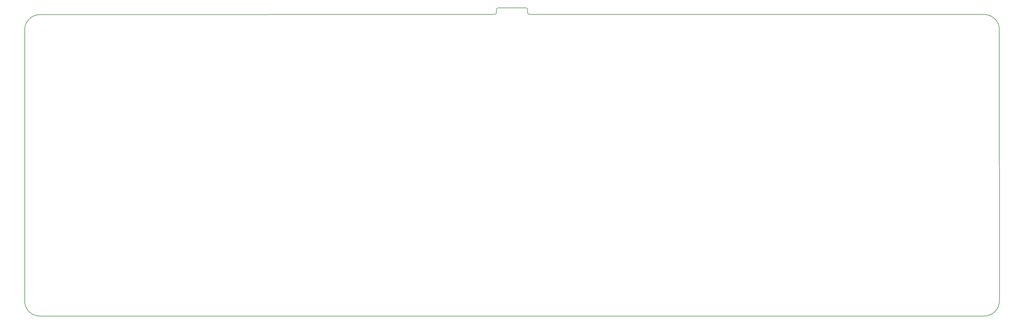
<source format=gm1>
%TF.GenerationSoftware,KiCad,Pcbnew,(5.1.8)-1*%
%TF.CreationDate,2020-12-06T22:59:07+09:00*%
%TF.ProjectId,Kyuu,4b797575-2e6b-4696-9361-645f70636258,rev?*%
%TF.SameCoordinates,Original*%
%TF.FileFunction,Profile,NP*%
%FSLAX46Y46*%
G04 Gerber Fmt 4.6, Leading zero omitted, Abs format (unit mm)*
G04 Created by KiCad (PCBNEW (5.1.8)-1) date 2020-12-06 22:59:07*
%MOMM*%
%LPD*%
G01*
G04 APERTURE LIST*
%TA.AperFunction,Profile*%
%ADD10C,0.150000*%
%TD*%
G04 APERTURE END LIST*
D10*
X228506250Y-94256250D02*
X228506250Y-95256250D01*
X238256250Y-94256250D02*
X238256250Y-95256250D01*
X229006250Y-93756250D02*
X237756250Y-93756250D01*
X238256250Y-95256250D02*
G75*
G03*
X238756250Y-95756250I500000J0D01*
G01*
X86320385Y-95845393D02*
G75*
G03*
X81557885Y-100607893I0J-4762500D01*
G01*
X81557885Y-185142347D02*
G75*
G03*
X86320385Y-189904847I4762500J0D01*
G01*
X385164205Y-100565586D02*
G75*
G03*
X380401705Y-95803086I-4762500J0D01*
G01*
X380405007Y-189904847D02*
G75*
G03*
X385167507Y-185142347I0J4762500D01*
G01*
X238256250Y-94256250D02*
G75*
G03*
X237756250Y-93756250I-500000J0D01*
G01*
X229006250Y-93756250D02*
G75*
G03*
X228506250Y-94256250I0J-500000D01*
G01*
X228006250Y-95756250D02*
G75*
G03*
X228506250Y-95256250I0J500000D01*
G01*
X228006250Y-95756250D02*
X86320240Y-95845232D01*
X380401424Y-95803168D02*
X238756250Y-95756250D01*
X385166864Y-185142032D02*
X385163920Y-100565664D01*
X86320240Y-189904528D02*
X380404368Y-189904528D01*
X81557744Y-100607728D02*
X81557744Y-185142032D01*
M02*

</source>
